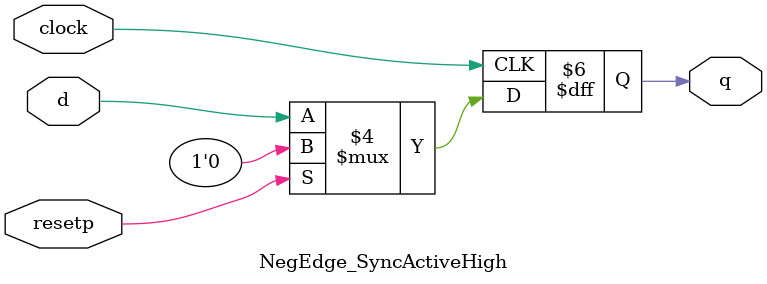
<source format=v>

module NegEdge_SyncActiveHigh(d, clock, resetp, q);
    input d, clock, resetp;
    output reg q;
	 
    always@(negedge clock) 
        begin
            if (resetp == 1'b1)
                q <= 0; 
            else
                q <= d;
        end
endmodule

</source>
